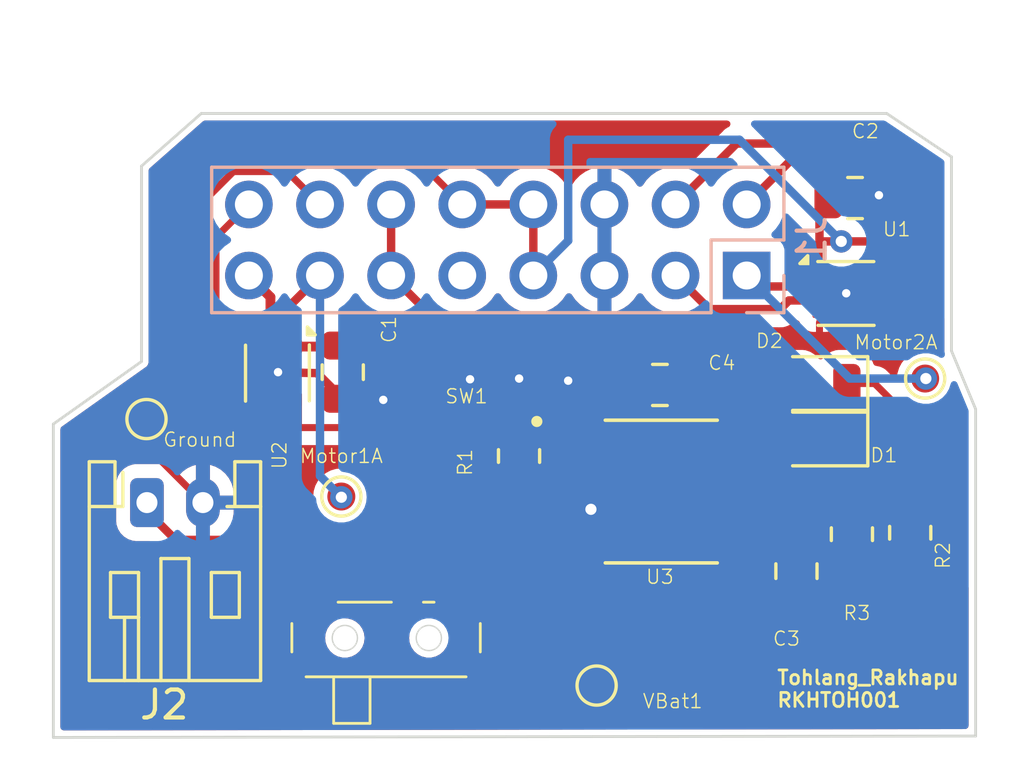
<source format=kicad_pcb>
(kicad_pcb (version 20221018) (generator pcbnew)
  (layers (0 "F.Cu" signal) (31 "B.Cu" signal) (34 "B.Paste" user) (35 "F.Paste" user) (36 "B.SilkS" user "B.Silkscreen") (37 "F.SilkS" user "F.Silkscreen") (38 "B.Mask" user) (39 "F.Mask" user) (44 "Edge.Cuts" user))
  (net 0 "")
  (net 1 "VDC")
  (net 2 "GND")
  (net 3 "/BATT")
  (net 4 "+5V")
  (net 5 "Net-(D1-K)")
  (net 6 "Net-(D2-K)")
  (net 7 "/Motor2_A")
  (net 8 "/PWM1")
  (net 9 "/Motor2_B")
  (net 10 "/PWM2")
  (net 12 "/Motor1_A")
  (net 13 "/PWM3")
  (net 14 "/Motor1_B")
  (net 15 "/PWM4")
  (net 16 "Net-(U3-PROG)")
  (net 17 "Net-(U3-~{CHRG})")
  (net 18 "Net-(U3-~{STDBY})")
  (footprint "LED_SMD:LED_0805_2012Metric" (layer "F.Cu") (at 95.3516 45.7708 180)
    (fp_text reference "D2" (at 1.8288 1.524) (layer "F.SilkS") (effects (font (size 0.5 0.5) (thickness 0.05))))
    (fp_text value "RED_LED")
    (fp_line (start -1.685 -0.96) (end -1.685 0.96) (stroke (width 0.12)) (layer "F.SilkS"))
    (fp_line (start -1.685 0.96) (end 1 0.96) (stroke (width 0.12)) (layer "F.SilkS"))
    (fp_line (start 1 -0.96) (end -1.685 -0.96) (stroke (width 0.12)) (layer "F.SilkS"))
    (pad "1" smd roundrect (at -0.9375 0 180) (size 0.975 1.4) (layers "F.Cu" "F.Paste" "F.Mask") (net 6 "Net-(D2-K)"))
    (pad "2" smd roundrect (at 0.9375 0 180) (size 0.975 1.4) (layers "F.Cu" "F.Paste" "F.Mask") (net 4 "+5V"))
  )
  (footprint "Package_SON:WSON-8-1EP_2x2mm_P0.5mm_EP0.9x1.6mm" (layer "F.Cu") (at 75.95 45.4 -90)
    (fp_text reference "U2" (at 2.9362 -0.0722 90) (layer "F.SilkS") (effects (font (size 0.5 0.5) (thickness 0.05))))
    (fp_text value "DRV8837C" hide)
    (fp_line (start -1.01 -1.14) (end 0.99 -1.14) (stroke (width 0.12)) (layer "F.SilkS"))
    (fp_line (start -1 1.14) (end 1 1.14) (stroke (width 0.12)) (layer "F.SilkS"))
    (fp_poly (pts (xy -1.37 -1.07) (xy -1.65 -1.07) (xy -1.37 -1.35) (xy -1.37 -1.07)) (stroke (width 0.12)) (fill solid) (layer "F.SilkS"))
    (pad "1" smd roundrect (at -0.95 -0.75 270) (size 0.5 0.25) (layers "F.Cu" "F.Paste" "F.Mask") (net 1 "VDC"))
    (pad "2" smd roundrect (at -0.95 -0.25 270) (size 0.5 0.25) (layers "F.Cu" "F.Paste" "F.Mask") (net 12 "/Motor1_A"))
    (pad "3" smd roundrect (at -0.95 0.25 270) (size 0.5 0.25) (layers "F.Cu" "F.Paste" "F.Mask") (net 14 "/Motor1_B"))
    (pad "4" smd roundrect (at -0.95 0.75 270) (size 0.5 0.25) (layers "F.Cu" "F.Paste" "F.Mask") (net 2 "GND"))
    (pad "5" smd roundrect (at 0.95 0.75 270) (size 0.5 0.25) (layers "F.Cu" "F.Paste" "F.Mask") (net 15 "/PWM4"))
    (pad "6" smd roundrect (at 0.95 0.25 270) (size 0.5 0.25) (layers "F.Cu" "F.Paste" "F.Mask") (net 13 "/PWM3"))
    (pad "7" smd roundrect (at 0.95 -0.25 270) (size 0.5 0.25) (layers "F.Cu" "F.Paste" "F.Mask") (net 1 "VDC"))
    (pad "8" smd roundrect (at 0.95 -0.75 270) (size 0.5 0.25) (layers "F.Cu" "F.Paste" "F.Mask") (net 1 "VDC"))
    (pad "9" smd rect (at 0 0 270) (size 0.9 1.6) (layers "F.Cu" "F.Mask") (net 2 "GND"))
  )
  (footprint "Package_SON:WSON-8-1EP_2x2mm_P0.5mm_EP0.9x1.6mm" (layer "F.Cu") (at 96.261 42.5514)
    (fp_text reference "U1" (at 1.8084 -2.2924) (layer "F.SilkS") (effects (font (size 0.5 0.5) (thickness 0.05))))
    (fp_text value "DRV8837C")
    (fp_line (start -1.01 -1.14) (end 0.99 -1.14) (stroke (width 0.12)) (layer "F.SilkS"))
    (fp_line (start -1 1.14) (end 1 1.14) (stroke (width 0.12)) (layer "F.SilkS"))
    (fp_poly (pts (xy -1.37 -1.07) (xy -1.65 -1.07) (xy -1.37 -1.35) (xy -1.37 -1.07)) (stroke (width 0.12)) (fill solid) (layer "F.SilkS"))
    (pad "1" smd roundrect (at -0.95 -0.75) (size 0.5 0.25) (layers "F.Cu" "F.Paste" "F.Mask") (net 1 "VDC"))
    (pad "2" smd roundrect (at -0.95 -0.25) (size 0.5 0.25) (layers "F.Cu" "F.Paste" "F.Mask") (net 7 "/Motor2_A"))
    (pad "3" smd roundrect (at -0.95 0.25) (size 0.5 0.25) (layers "F.Cu" "F.Paste" "F.Mask") (net 9 "/Motor2_B"))
    (pad "4" smd roundrect (at -0.95 0.75) (size 0.5 0.25) (layers "F.Cu" "F.Paste" "F.Mask") (net 2 "GND"))
    (pad "5" smd roundrect (at 0.95 0.75) (size 0.5 0.25) (layers "F.Cu" "F.Paste" "F.Mask") (net 10 "/PWM2"))
    (pad "6" smd roundrect (at 0.95 0.25) (size 0.5 0.25) (layers "F.Cu" "F.Paste" "F.Mask") (net 8 "/PWM1"))
    (pad "7" smd roundrect (at 0.95 -0.25) (size 0.5 0.25) (layers "F.Cu" "F.Paste" "F.Mask") (net 1 "VDC"))
    (pad "8" smd roundrect (at 0.95 -0.75) (size 0.5 0.25) (layers "F.Cu" "F.Paste" "F.Mask") (net 1 "VDC"))
    (pad "9" smd rect (at 0 0) (size 0.9 1.6) (layers "F.Cu" "F.Mask") (net 2 "GND"))
  )
  (footprint "Capacitor_SMD:C_0805_2012Metric" (layer "F.Cu") (at 78.2828 45.3644 -90)
    (fp_text reference "C1" (at -1.524 -1.651 90) (layer "F.SilkS") (effects (font (size 0.5 0.5) (thickness 0.05))))
    (fp_text value "0.1uF")
    (fp_line (start -0.261252 -0.735) (end 0.261252 -0.735) (stroke (width 0.12)) (layer "F.SilkS"))
    (fp_line (start -0.261252 0.735) (end 0.261252 0.735) (stroke (width 0.12)) (layer "F.SilkS"))
    (pad "1" smd roundrect (at -0.95 0 270) (size 1 1.45) (layers "F.Cu" "F.Paste" "F.Mask") (net 1 "VDC"))
    (pad "2" smd roundrect (at 0.95 0 270) (size 1 1.45) (layers "F.Cu" "F.Paste" "F.Mask") (net 2 "GND"))
  )
  (footprint "Connector_JST:JST_PH_S2B-PH-K_1x02_P2.00mm_Horizontal" (layer "F.Cu") (at 71.2884 50.0264)
    (fp_text reference "J2" (at 0.619 7.2252) (layer "F.SilkS"))
    (fp_text value "Conn_01x02_Pin")
    (fp_line (start -2.06 -1.46) (end -2.06 6.36) (stroke (width 0.12)) (layer "F.SilkS"))
    (fp_line (start -2.06 0.14) (end -1.14 0.14) (stroke (width 0.12)) (layer "F.SilkS"))
    (fp_line (start -2.06 6.36) (end 4.06 6.36) (stroke (width 0.12)) (layer "F.SilkS"))
    (fp_line (start -1.3 2.5) (end -1.3 4.1) (stroke (width 0.12)) (layer "F.SilkS"))
    (fp_line (start -1.3 4.1) (end -0.3 4.1) (stroke (width 0.12)) (layer "F.SilkS"))
    (fp_line (start -1.14 -1.46) (end -2.06 -1.46) (stroke (width 0.12)) (layer "F.SilkS"))
    (fp_line (start -1.14 0.14) (end -1.14 -1.46) (stroke (width 0.12)) (layer "F.SilkS"))
    (fp_line (start -0.86 0.14) (end -1.14 0.14) (stroke (width 0.12)) (layer "F.SilkS"))
    (fp_line (start -0.86 0.14) (end -0.86 -1.075) (stroke (width 0.12)) (layer "F.SilkS"))
    (fp_line (start -0.8 4.1) (end -0.8 6.36) (stroke (width 0.12)) (layer "F.SilkS"))
    (fp_line (start -0.3 2.5) (end -1.3 2.5) (stroke (width 0.12)) (layer "F.SilkS"))
    (fp_line (start -0.3 4.1) (end -0.3 2.5) (stroke (width 0.12)) (layer "F.SilkS"))
    (fp_line (start -0.3 4.1) (end -0.3 6.36) (stroke (width 0.12)) (layer "F.SilkS"))
    (fp_line (start 0.5 2) (end 1.5 2) (stroke (width 0.12)) (layer "F.SilkS"))
    (fp_line (start 0.5 6.36) (end 0.5 2) (stroke (width 0.12)) (layer "F.SilkS"))
    (fp_line (start 1.5 2) (end 1.5 6.36) (stroke (width 0.12)) (layer "F.SilkS"))
    (fp_line (start 2.3 2.5) (end 3.3 2.5) (stroke (width 0.12)) (layer "F.SilkS"))
    (fp_line (start 2.3 4.1) (end 2.3 2.5) (stroke (width 0.12)) (layer "F.SilkS"))
    (fp_line (start 3.14 -1.46) (end 3.14 0.14) (stroke (width 0.12)) (layer "F.SilkS"))
    (fp_line (start 3.14 0.14) (end 2.86 0.14) (stroke (width 0.12)) (layer "F.SilkS"))
    (fp_line (start 3.3 2.5) (end 3.3 4.1) (stroke (width 0.12)) (layer "F.SilkS"))
    (fp_line (start 3.3 4.1) (end 2.3 4.1) (stroke (width 0.12)) (layer "F.SilkS"))
    (fp_line (start 4.06 -1.46) (end 3.14 -1.46) (stroke (width 0.12)) (layer "F.SilkS"))
    (fp_line (start 4.06 0.14) (end 3.14 0.14) (stroke (width 0.12)) (layer "F.SilkS"))
    (fp_line (start 4.06 6.36) (end 4.06 -1.46) (stroke (width 0.12)) (layer "F.SilkS"))
    (pad "1" thru_hole roundrect (at 0 0) (size 1.2 1.75) (drill 0.75) (layers "*.Cu" "*.Mask") (roundrect_rratio 0.2083333333) (net 3 "/BATT"))
    (pad "2" thru_hole oval (at 2 0) (size 1.2 1.75) (drill 0.75) (layers "*.Cu" "*.Mask") (net 2 "GND"))
  )
  (footprint "Switch_SPDT:mySwitch" (layer "F.Cu") (at 82.6876 47.74415)
    (fp_text reference "SW1" (at 0.0148 -1.51615 unlocked) (layer "F.SilkS") (effects (font (size 0.5 0.5) (thickness 0.05))))
    (fp_text value "SW_DPDT_x2")
    (fp_line (start -6.223 7.62) (end -6.223 6.604) (stroke (width 0.1)) (layer "F.SilkS"))
    (fp_line (start -4.73 10.1725) (end -4.73 8.5725) (stroke (width 0.1)) (layer "F.SilkS"))
    (fp_line (start -4.73 10.1725) (end -3.43 10.1725) (stroke (width 0.1)) (layer "F.SilkS"))
    (fp_line (start -4.572 5.842) (end -2.667 5.842) (stroke (width 0.1)) (layer "F.SilkS"))
    (fp_line (start -3.43 10.1725) (end -3.43 8.509) (stroke (width 0.1)) (layer "F.SilkS"))
    (fp_line (start -1.524 5.842) (end -1.143 5.842) (stroke (width 0.1)) (layer "F.SilkS"))
    (fp_line (start 0 8.509) (end -5.715 8.509) (stroke (width 0.1)) (layer "F.SilkS"))
    (fp_line (start 0.508 6.604) (end 0.508 7.62) (stroke (width 0.1)) (layer "F.SilkS"))
    (fp_circle (center -4.33 7.122) (end -3.88 7.122) (stroke (width 0.05)) (fill none) (layer "Edge.Cuts"))
    (fp_circle (center -1.33 7.122) (end -0.88 7.122) (stroke (width 0.05)) (fill none) (layer "Edge.Cuts"))
    (pad "1" smd rect (at -5.08 5.08) (size 0.9 1.4) (layers "F.Cu" "F.Paste" "F.Mask"))
    (pad "2" smd rect (at -2.08 5.08) (size 0.9 1.4) (layers "F.Cu" "F.Paste" "F.Mask") (net 3 "/BATT"))
    (pad "3" smd rect (at -0.58 5.08) (size 0.9 1.4) (layers "F.Cu" "F.Paste" "F.Mask") (net 1 "VDC"))
    (pad "4" smd rect (at -6.205 6.047) (size 0.75 0.85) (layers "F.Cu" "F.Paste" "F.Mask"))
    (pad "5" smd rect (at -6.205 8.197) (size 0.75 0.85) (layers "F.Cu" "F.Paste" "F.Mask"))
    (pad "6" smd rect (at 0.545 6.047) (size 0.75 0.85) (layers "F.Cu" "F.Paste" "F.Mask"))
    (pad "7" smd rect (at 0.545 8.172) (size 0.75 0.85) (layers "F.Cu" "F.Paste" "F.Mask"))
  )
  (footprint "tp4056:SOP127P600X175-9N" (layer "F.Cu") (at 89.6598 49.6316)
    (fp_text reference "U3" (at -0.0486 3.048) (layer "F.SilkS") (effects (font (size 0.5 0.5) (thickness 0.05))))
    (fp_text value "TP4056")
    (fp_line (start -2 -2.55) (end 2 -2.55) (stroke (width 0.127)) (layer "F.SilkS"))
    (fp_line (start -2 2.55) (end 2 2.55) (stroke (width 0.127)) (layer "F.SilkS"))
    (fp_circle (center -4.445 -2.505) (end -4.345 -2.505) (stroke (width 0.2)) (fill none) (layer "F.SilkS"))
    (pad "1" smd roundrect (at -2.475 -1.905) (size 1.97 0.6) (layers "F.Cu" "F.Paste" "F.Mask") (roundrect_rratio 0.07) (net 2 "GND"))
    (pad "2" smd roundrect (at -2.475 -0.635) (size 1.97 0.6) (layers "F.Cu" "F.Paste" "F.Mask") (roundrect_rratio 0.07) (net 16 "Net-(U3-PROG)"))
    (pad "3" smd roundrect (at -2.475 0.635) (size 1.97 0.6) (layers "F.Cu" "F.Paste" "F.Mask") (roundrect_rratio 0.07) (net 2 "GND"))
    (pad "4" smd roundrect (at -2.475 1.905) (size 1.97 0.6) (layers "F.Cu" "F.Paste" "F.Mask") (roundrect_rratio 0.07) (net 4 "+5V"))
    (pad "5" smd roundrect (at 2.475 1.905) (size 1.97 0.6) (layers "F.Cu" "F.Paste" "F.Mask") (roundrect_rratio 0.07) (net 3 "/BATT"))
    (pad "6" smd roundrect (at 2.475 0.635) (size 1.97 0.6) (layers "F.Cu" "F.Paste" "F.Mask") (roundrect_rratio 0.07) (net 18 "Net-(U3-~{STDBY})"))
    (pad "7" smd roundrect (at 2.475 -0.635) (size 1.97 0.6) (layers "F.Cu" "F.Paste" "F.Mask") (roundrect_rratio 0.07) (net 17 "Net-(U3-~{CHRG})"))
    (pad "8" smd roundrect (at 2.475 -1.905) (size 1.97 0.6) (layers "F.Cu" "F.Paste" "F.Mask") (roundrect_rratio 0.07) (net 4 "+5V"))
    (pad "9" smd rect (at 0 0) (size 2.413 3.302) (layers "F.Cu" "F.Mask"))
  )
  (footprint "TestPoint:TestPoint_Pad_D1.0mm" (layer "F.Cu") (at 78.232 49.8094)
    (fp_text reference "Motor1A" (at 0 -1.448) (layer "F.SilkS") (effects (font (size 0.5 0.5) (thickness 0.05))))
    (fp_text value "TestPoint")
    (fp_circle (center 0 0) (end 0 0.7) (stroke (width 0.12)) (fill none) (layer "F.SilkS"))
    (pad "1" smd circle (at 0 0) (size 1 1) (layers "F.Cu" "F.Mask") (net 12 "/Motor1_A"))
  )
  (footprint "Capacitor_SMD:C_0805_2012Metric" (layer "F.Cu") (at 96.581 39.1414)
    (fp_text reference "C2" (at 0.3708 -2.3876) (layer "F.SilkS") (effects (font (size 0.5 0.5) (thickness 0.05))))
    (fp_text value "0.1uF")
    (fp_line (start -0.261252 -0.735) (end 0.261252 -0.735) (stroke (width 0.12)) (layer "F.SilkS"))
    (fp_line (start -0.261252 0.735) (end 0.261252 0.735) (stroke (width 0.12)) (layer "F.SilkS"))
    (pad "1" smd roundrect (at -0.95 0) (size 1 1.45) (layers "F.Cu" "F.Paste" "F.Mask") (net 1 "VDC"))
    (pad "2" smd roundrect (at 0.95 0) (size 1 1.45) (layers "F.Cu" "F.Paste" "F.Mask") (net 2 "GND"))
  )
  (footprint "Resistor_SMD:R_0805_2012Metric" (layer "F.Cu") (at 84.5798 48.3616 90)
    (fp_text reference "R1" (at -0.2286 -1.9282 90) (layer "F.SilkS") (effects (font (size 0.5 0.5) (thickness 0.05))))
    (fp_text value "3k3")
    (fp_line (start -0.227064 -0.735) (end 0.227064 -0.735) (stroke (width 0.12)) (layer "F.SilkS"))
    (fp_line (start -0.227064 0.735) (end 0.227064 0.735) (stroke (width 0.12)) (layer "F.SilkS"))
    (pad "1" smd roundrect (at -0.9125 0 90) (size 1.025 1.4) (layers "F.Cu" "F.Paste" "F.Mask") (roundrect_rratio 0.243902439) (net 16 "Net-(U3-PROG)"))
    (pad "2" smd roundrect (at 0.9125 0 90) (size 1.025 1.4) (layers "F.Cu" "F.Paste" "F.Mask") (roundrect_rratio 0.243902439) (net 2 "GND"))
  )
  (footprint "Capacitor_SMD:C_0805_2012Metric" (layer "F.Cu") (at 89.6112 45.8216 180)
    (fp_text reference "C4" (at -2.2098 0.7874) (layer "F.SilkS") (effects (font (size 0.5 0.5) (thickness 0.05))))
    (fp_text value "10uF")
    (fp_line (start -0.261252 -0.735) (end 0.261252 -0.735) (stroke (width 0.12)) (layer "F.SilkS"))
    (fp_line (start -0.261252 0.735) (end 0.261252 0.735) (stroke (width 0.12)) (layer "F.SilkS"))
    (pad "1" smd roundrect (at -0.95 0 180) (size 1 1.45) (layers "F.Cu" "F.Paste" "F.Mask") (net 4 "+5V"))
    (pad "2" smd roundrect (at 0.95 0 180) (size 1 1.45) (layers "F.Cu" "F.Paste" "F.Mask") (net 2 "GND"))
  )
  (footprint "Capacitor_SMD:C_0805_2012Metric" (layer "F.Cu") (at 94.488 52.4764 -90)
    (fp_text reference "C3" (at 2.413 0.3556 -180) (layer "F.SilkS") (effects (font (size 0.5 0.5) (thickness 0.05))))
    (fp_text value "10uF")
    (fp_line (start -0.261252 -0.735) (end 0.261252 -0.735) (stroke (width 0.12)) (layer "F.SilkS"))
    (fp_line (start -0.261252 0.735) (end 0.261252 0.735) (stroke (width 0.12)) (layer "F.SilkS"))
    (pad "1" smd roundrect (at -0.95 0 270) (size 1 1.45) (layers "F.Cu" "F.Paste" "F.Mask") (net 3 "/BATT"))
    (pad "2" smd roundrect (at 0.95 0 270) (size 1 1.45) (layers "F.Cu" "F.Paste" "F.Mask") (net 2 "GND"))
  )
  (footprint "TestPoint:TestPoint_Pad_D1.0mm" (layer "F.Cu") (at 71.2724 47.0408)
    (fp_text reference "Ground" (at 1.905 0.7366) (layer "F.SilkS") (effects (font (size 0.5 0.5) (thickness 0.05))))
    (fp_text value "TestPoint")
    (fp_circle (center 0 0) (end 0 0.7) (stroke (width 0.12)) (fill none) (layer "F.SilkS"))
    (pad "1" smd circle (at 0 0) (size 1 1) (layers "F.Cu" "F.Mask") (net 2 "GND"))
  )
  (footprint "Resistor_SMD:R_0805_2012Metric" (layer "F.Cu") (at 96.4692 51.1556 90)
    (fp_text reference "R3" (at -2.8194 0.1778 180) (layer "F.SilkS") (effects (font (size 0.5 0.5) (thickness 0.05))))
    (fp_text value "1k")
    (fp_line (start -0.227064 -0.735) (end 0.227064 -0.735) (stroke (width 0.12)) (layer "F.SilkS"))
    (fp_line (start -0.227064 0.735) (end 0.227064 0.735) (stroke (width 0.12)) (layer "F.SilkS"))
    (pad "1" smd roundrect (at -0.9125 0 90) (size 1.025 1.4) (layers "F.Cu" "F.Paste" "F.Mask") (roundrect_rratio 0.243902439) (net 6 "Net-(D2-K)"))
    (pad "2" smd roundrect (at 0.9125 0 90) (size 1.025 1.4) (layers "F.Cu" "F.Paste" "F.Mask") (roundrect_rratio 0.243902439) (net 18 "Net-(U3-~{STDBY})"))
  )
  (footprint "LED_SMD:LED_0805_2012Metric" (layer "F.Cu") (at 95.3516 47.752 180)
    (fp_text reference "D1" (at -2.2606 -0.5842 180) (layer "F.SilkS") (effects (font (size 0.5 0.5) (thickness 0.05))))
    (fp_text value "GREEN_LED")
    (fp_line (start -1.685 -0.96) (end -1.685 0.96) (stroke (width 0.12)) (layer "F.SilkS"))
    (fp_line (start -1.685 0.96) (end 1 0.96) (stroke (width 0.12)) (layer "F.SilkS"))
    (fp_line (start 1 -0.96) (end -1.685 -0.96) (stroke (width 0.12)) (layer "F.SilkS"))
    (pad "1" smd roundrect (at -0.9375 0 180) (size 0.975 1.4) (layers "F.Cu" "F.Paste" "F.Mask") (net 5 "Net-(D1-K)"))
    (pad "2" smd roundrect (at 0.9375 0 180) (size 0.975 1.4) (layers "F.Cu" "F.Paste" "F.Mask") (net 4 "+5V"))
  )
  (footprint "TestPoint:TestPoint_Pad_D1.0mm" (layer "F.Cu") (at 87.3506 56.5658)
    (fp_text reference "VBat1" (at 2.7178 0.5588) (layer "F.SilkS") (effects (font (size 0.5 0.5) (thickness 0.05))))
    (fp_text value "TestPoint")
    (fp_circle (center 0 0) (end 0 0.7) (stroke (width 0.12)) (fill none) (layer "F.SilkS"))
    (pad "1" smd circle (at 0 0) (size 1 1) (layers "F.Cu" "F.Mask") (net 3 "/BATT"))
  )
  (footprint "Resistor_SMD:R_0805_2012Metric" (layer "F.Cu") (at 98.552 51.1048 90)
    (fp_text reference "R2" (at -0.8128 1.1684 90) (layer "F.SilkS") (effects (font (size 0.5 0.5) (thickness 0.05))))
    (fp_text value "1k")
    (fp_line (start -0.227064 -0.735) (end 0.227064 -0.735) (stroke (width 0.12)) (layer "F.SilkS"))
    (fp_line (start -0.227064 0.735) (end 0.227064 0.735) (stroke (width 0.12)) (layer "F.SilkS"))
    (pad "1" smd roundrect (at -0.9125 0 90) (size 1.025 1.4) (layers "F.Cu" "F.Paste" "F.Mask") (roundrect_rratio 0.243902439) (net 5 "Net-(D1-K)"))
    (pad "2" smd roundrect (at 0.9125 0 90) (size 1.025 1.4) (layers "F.Cu" "F.Paste" "F.Mask") (roundrect_rratio 0.243902439) (net 17 "Net-(U3-~{CHRG})"))
  )
  (footprint "TestPoint:TestPoint_Pad_D1.0mm" (layer "F.Cu") (at 99.0854 45.593)
    (fp_text reference "Motor2A" (at -1.0414 -1.2954) (layer "F.SilkS") (effects (font (size 0.5 0.5) (thickness 0.05))))
    (fp_text value "TestPoint")
    (fp_circle (center 0 0) (end 0 0.7) (stroke (width 0.12)) (fill none) (layer "F.SilkS"))
    (pad "1" smd circle (at 0 0) (size 1 1) (layers "F.Cu" "F.Mask") (net 7 "/Motor2_A"))
  )
  (footprint "Connector_PinHeader_2.54mm:PinHeader_2x08_P2.54mm_Vertical" (layer "B.Cu") (at 92.71 41.91 90)
    (fp_text reference "J1" (at 1.27 2.33 270) (layer "B.SilkS") (effects (justify mirror)))
    (fp_text value "Conn_02x08_Odd_Even")
    (fp_line (start -1.33 -19.11) (end 3.87 -19.11) (stroke (width 0.12)) (layer "B.SilkS"))
    (fp_line (start -1.33 -1.27) (end -1.33 -19.11) (stroke (width 0.12)) (layer "B.SilkS"))
    (fp_line (start -1.33 -1.27) (end 1.27 -1.27) (stroke (width 0.12)) (layer "B.SilkS"))
    (fp_line (start -1.33 0) (end -1.33 1.33) (stroke (width 0.12)) (layer "B.SilkS"))
    (fp_line (start -1.33 1.33) (end 0 1.33) (stroke (width 0.12)) (layer "B.SilkS"))
    (fp_line (start 1.27 -1.27) (end 1.27 1.33) (stroke (width 0.12)) (layer "B.SilkS"))
    (fp_line (start 1.27 1.33) (end 3.87 1.33) (stroke (width 0.12)) (layer "B.SilkS"))
    (fp_line (start 3.87 1.33) (end 3.87 -19.11) (stroke (width 0.12)) (layer "B.SilkS"))
    (pad "1" thru_hole rect (at 0 0 90) (size 1.7 1.7) (drill 1) (layers "*.Cu" "*.Mask") (net 7 "/Motor2_A"))
    (pad "2" thru_hole oval (at 2.54 0 90) (size 1.7 1.7) (drill 1) (layers "*.Cu" "*.Mask") (net 8 "/PWM1"))
    (pad "3" thru_hole oval (at 0 -2.54 90) (size 1.7 1.7) (drill 1) (layers "*.Cu" "*.Mask") (net 9 "/Motor2_B"))
    (pad "4" thru_hole oval (at 2.54 -2.54 90) (size 1.7 1.7) (drill 1) (layers "*.Cu" "*.Mask") (net 10 "/PWM2"))
    (pad "5" thru_hole oval (at 0 -5.08 90) (size 1.7 1.7) (drill 1) (layers "*.Cu" "*.Mask") (net 2 "GND"))
    (pad "6" thru_hole oval (at 2.54 -5.08 90) (size 1.7 1.7) (drill 1) (layers "*.Cu" "*.Mask") (net 2 "GND"))
    (pad "7" thru_hole oval (at 0 -7.62 90) (size 1.7 1.7) (drill 1) (layers "*.Cu" "*.Mask") (net 1 "VDC"))
    (pad "8" thru_hole oval (at 2.54 -7.62 90) (size 1.7 1.7) (drill 1) (layers "*.Cu" "*.Mask") (net 1 "VDC"))
    (pad "9" thru_hole oval (at 0 -10.16 90) (size 1.7 1.7) (drill 1) (layers "*.Cu" "*.Mask"))
    (pad "10" thru_hole oval (at 2.54 -10.16 90) (size 1.7 1.7) (drill 1) (layers "*.Cu" "*.Mask") (net 1 "VDC"))
    (pad "11" thru_hole oval (at 0 -12.7 90) (size 1.7 1.7) (drill 1) (layers "*.Cu" "*.Mask") (net 4 "+5V"))
    (pad "12" thru_hole oval (at 2.54 -12.7 90) (size 1.7 1.7) (drill 1) (layers "*.Cu" "*.Mask") (net 4 "+5V"))
    (pad "13" thru_hole oval (at 0 -15.24 90) (size 1.7 1.7) (drill 1) (layers "*.Cu" "*.Mask") (net 12 "/Motor1_A"))
    (pad "14" thru_hole oval (at 2.54 -15.24 90) (size 1.7 1.7) (drill 1) (layers "*.Cu" "*.Mask") (net 13 "/PWM3"))
    (pad "15" thru_hole oval (at 0 -17.78 90) (size 1.7 1.7) (drill 1) (layers "*.Cu" "*.Mask") (net 14 "/Motor1_B"))
    (pad "16" thru_hole oval (at 2.54 -17.78 90) (size 1.7 1.7) (drill 1) (layers "*.Cu" "*.Mask") (net 15 "/PWM4"))
  )
  (gr_line (start 73.2282 36.1188) (end 71.0946 37.9984) (stroke (width 0.1)) (layer "Edge.Cuts"))
  (gr_line (start 100.8888 46.6852) (end 100.0252 44.6024) (stroke (width 0.1)) (layer "Edge.Cuts"))
  (gr_line (start 97.7138 36.1188) (end 100.0252 37.6682) (stroke (width 0.1)) (layer "Edge.Cuts"))
  (gr_line (start 71.0946 37.9984) (end 71.0946 44.9834) (stroke (width 0.1)) (layer "Edge.Cuts"))
  (gr_line (start 100.0252 44.6024) (end 100.0252 37.6682) (stroke (width 0.1)) (layer "Edge.Cuts"))
  (gr_line (start 71.0946 44.9834) (end 67.945 47.2186) (stroke (width 0.1)) (layer "Edge.Cuts"))
  (gr_line (start 67.945 58.42) (end 100.8888 58.3692) (stroke (width 0.1)) (layer "Edge.Cuts"))
  (gr_line (start 67.945 47.2186) (end 67.945 58.42) (stroke (width 0.1)) (layer "Edge.Cuts"))
  (gr_line (start 97.7138 36.1188) (end 73.2282 36.1188) (stroke (width 0.1)) (layer "Edge.Cuts"))
  (gr_line (start 100.8888 58.3692) (end 100.8888 46.6852) (stroke (width 0.1)) (layer "Edge.Cuts"))
  (gr_text "Tohlang_Rakhapu\nRKHTOH001" (at 93.7514 57.3786) (layer "F.SilkS") (effects (font (size 0.5 0.5) (thickness 0.1) bold) (justify left bottom)))
  (segment (start 76.2 47.3456) (end 75.8952 47.6504) (width 0.25) (layer "F.Cu") (net 1))
  (segment (start 78.2828 44.4144) (end 79.6188 44.4144) (width 0.35) (layer "F.Cu") (net 1))
  (segment (start 97.211 41.8014) (end 98.3034 41.8014) (width 0.3) (layer "F.Cu") (net 1))
  (segment (start 76.2 47.3456) (end 76.2 46.35) (width 0.25) (layer "F.Cu") (net 1))
  (segment (start 95.3364 40.6908) (end 95.311 40.7162) (width 0.3) (layer "F.Cu") (net 1))
  (segment (start 96.0882 40.6908) (end 95.3364 40.6908) (width 0.3) (layer "F.Cu") (net 1))
  (segment (start 75.8952 47.6504) (end 75.027608 47.6504) (width 0.25) (layer "F.Cu") (net 1))
  (segment (start 72.7456 45.368392) (end 72.7456 39.190804) (width 0.25) (layer "F.Cu") (net 1))
  (segment (start 80.5434 45.339) (end 80.5434 47.1424) (width 0.35) (layer "F.Cu") (net 1))
  (segment (start 80.5434 47.1424) (end 80.5434 50.2158) (width 0.35) (layer "F.Cu") (net 1))
  (segment (start 76.7 46.35) (end 76.7 47.3376) (width 0.25) (layer "F.Cu") (net 1))
  (segment (start 95.311 39.4614) (end 95.311 40.8686) (width 0.3) (layer "F.Cu") (net 1))
  (segment (start 85.09 39.37) (end 85.09 41.91) (width 0.3) (layer "F.Cu") (net 1))
  (segment (start 76.7 47.3376) (end 76.708 47.3456) (width 0.25) (layer "F.Cu") (net 1))
  (segment (start 95.311 40.8686) (end 95.311 41.7764) (width 0.3) (layer "F.Cu") (net 1))
  (segment (start 76.708 47.3456) (end 76.2 47.3456) (width 0.25) (layer "F.Cu") (net 1))
  (segment (start 74.217404 37.719) (end 80.899 37.719) (width 0.25) (layer "F.Cu") (net 1))
  (segment (start 95.631 39.1414) (end 95.311 39.4614) (width 0.35) (layer "F.Cu") (net 1))
  (segment (start 82.1076 51.78) (end 82.1076 52.82415) (width 0.35) (layer "F.Cu") (net 1))
  (segment (start 80.5434 50.2158) (end 82.1076 51.78) (width 0.35) (layer "F.Cu") (net 1))
  (segment (start 75.027608 47.6504) (end 72.7456 45.368392) (width 0.25) (layer "F.Cu") (net 1))
  (segment (start 79.6188 44.4144) (end 80.5434 45.339) (width 0.35) (layer "F.Cu") (net 1))
  (segment (start 98.3034 41.2804) (end 97.7138 40.6908) (width 0.3) (layer "F.Cu") (net 1))
  (segment (start 95.311 40.7162) (end 95.311 40.8686) (width 0.3) (layer "F.Cu") (net 1))
  (segment (start 78.2472 44.45) (end 78.2828 44.4144) (width 0.35) (layer "F.Cu") (net 1))
  (segment (start 80.3402 47.3456) (end 76.708 47.3456) (width 0.25) (layer "F.Cu") (net 1))
  (segment (start 82.55 39.37) (end 85.09 39.37) (width 0.3) (layer "F.Cu") (net 1))
  (segment (start 72.7456 39.190804) (end 74.217404 37.719) (width 0.25) (layer "F.Cu") (net 1))
  (segment (start 98.3034 41.8014) (end 98.3034 41.2804) (width 0.3) (layer "F.Cu") (net 1))
  (segment (start 80.899 37.719) (end 82.55 39.37) (width 0.25) (layer "F.Cu") (net 1))
  (segment (start 97.7138 40.6908) (end 96.0882 40.6908) (width 0.3) (layer "F.Cu") (net 1))
  (segment (start 76.7 44.45) (end 78.2472 44.45) (width 0.35) (layer "F.Cu") (net 1))
  (segment (start 98.3034 42.037) (end 98.3034 42.3014) (width 0.3) (layer "F.Cu") (net 1))
  (segment (start 97.211 42.3014) (end 98.3034 42.3014) (width 0.3) (layer "F.Cu") (net 1))
  (segment (start 98.3034 41.8014) (end 98.3034 42.3014) (width 0.3) (layer "F.Cu") (net 1))
  (via (at 96.0882 40.6908) (size 0.8) (drill 0.4) (layers "F.Cu" "B.Cu") (net 1))
  (segment (start 86.3346 40.6654) (end 85.09 41.91) (width 0.3) (layer "B.Cu") (net 1))
  (segment (start 96.0882 40.6908) (end 92.456 37.0586) (width 0.3) (layer "B.Cu") (net 1))
  (segment (start 86.3346 37.0586) (end 86.3346 40.6654) (width 0.3) (layer "B.Cu") (net 1))
  (segment (start 92.456 37.0586) (end 86.3346 37.0586) (width 0.3) (layer "B.Cu") (net 1))
  (segment (start 74.721752 45.4) (end 74.7014 45.379648) (width 0.3) (layer "F.Cu") (net 2))
  (segment (start 87.1848 46.3176) (end 87.6808 45.8216) (width 0.35) (layer "F.Cu") (net 2))
  (segment (start 75.9714 45.3644) (end 77.3684 45.4) (width 0.3) (layer "F.Cu") (net 2))
  (segment (start 78.3234 46.355) (end 78.2828 46.3144) (width 0.3) (layer "F.Cu") (net 2))
  (segment (start 74.7014 44.45) (end 75.175 44.45) (width 0.3) (layer "F.Cu") (net 2))
  (segment (start 84.8573 47.7266) (end 84.5798 47.4491) (width 0.35) (layer "F.Cu") (net 2))
  (segment (start 87.6808 45.8216) (end 88.6612 45.8216) (width 0.35) (layer "F.Cu") (net 2))
  (segment (start 75.95 45.4) (end 74.721752 45.4) (width 0.3) (layer "F.Cu") (net 2))
  (segment (start 95.61074 43.3014) (end 96.261 42.65114) (width 0.25) (layer "F.Cu") (net 2))
  (segment (start 74.7014 45.379648) (end 74.7014 44.45) (width 0.3) (layer "F.Cu") (net 2))
  (segment (start 79.7306 46.355) (end 78.3234 46.355) (width 0.3) (layer "F.Cu") (net 2))
  (segment (start 71.2724 47.0408) (end 71.2724 48.0104) (width 0.25) (layer "F.Cu") (net 2))
  (segment (start 71.2724 48.0104) (end 73.2884 50.0264) (width 0.25) (layer "F.Cu") (net 2))
  (segment (start 87.1848 47.7266) (end 84.8573 47.7266) (width 0.35) (layer "F.Cu") (net 2))
  (segment (start 77.3684 45.4) (end 78.2828 46.3144) (width 0.3) (layer "F.Cu") (net 2))
  (segment (start 95.311 43.3014) (end 95.61074 43.3014) (width 0.25) (layer "F.Cu") (net 2))
  (segment (start 87.1848 47.7266) (end 87.1848 46.3176) (width 0.35) (layer "F.Cu") (net 2))
  (segment (start 75.95 45.4) (end 75.9714 45.3644) (width 0.3) (layer "F.Cu") (net 2))
  (segment (start 96.261 42.65114) (end 96.261 42.5514) (width 0.25) (layer "F.Cu") (net 2))
  (via (at 97.4344 39.0398) (size 0.6) (drill 0.3) (layers "F.Cu" "B.Cu") (net 2))
  (via (at 87.1474 50.2666) (size 0.8) (drill 0.4) (layers "F.Cu" "B.Cu") (net 2))
  (via (at 96.266 42.545) (size 0.6) (drill 0.3) (layers "F.Cu" "B.Cu") (net 2))
  (via (at 84.582 45.593) (size 0.6) (drill 0.3) (layers "F.Cu" "B.Cu") (net 2))
  (via (at 75.9714 45.3644) (size 0.6) (drill 0.3) (layers "F.Cu" "B.Cu") (net 2))
  (via (at 82.8294 45.6184) (size 0.6) (drill 0.3) (layers "F.Cu" "B.Cu") (net 2))
  (via (at 86.3346 45.6692) (size 0.6) (drill 0.3) (layers "F.Cu" "B.Cu") (net 2))
  (via (at 79.7306 46.355) (size 0.6) (drill 0.3) (layers "F.Cu" "B.Cu") (net 2))
  (segment (start 94.4778 51.5366) (end 94.488 51.5264) (width 0.3) (layer "F.Cu") (net 3))
  (segment (start 87.3506 54.8894) (end 87.2998 54.8386) (width 0.25) (layer "F.Cu") (net 3))
  (segment (start 71.2884 50.3334) (end 71.2884 50.0264) (width 0.3) (layer "F.Cu") (net 3))
  (segment (start 80.6076 52.82415) (end 80.6076 51.677) (width 0.3) (layer "F.Cu") (net 3))
  (segment (start 80.2894 51.3588) (end 72.3138 51.3588) (width 0.3) (layer "F.Cu") (net 3))
  (segment (start 81.819589 53.928139) (end 82.73005 54.8386) (width 0.3) (layer "F.Cu") (net 3))
  (segment (start 92.1348 51.5366) (end 94.4778 51.5366) (width 0.3) (layer "F.Cu") (net 3))
  (segment (start 87.2998 54.8386) (end 91.313 54.8386) (width 0.3) (layer "F.Cu") (net 3))
  (segment (start 80.547339 53.928139) (end 81.819589 53.928139) (width 0.3) (layer "F.Cu") (net 3))
  (segment (start 91.313 54.8386) (end 92.1348 54.0168) (width 0.3) (layer "F.Cu") (net 3))
  (segment (start 92.1348 54.0168) (end 92.1348 51.5366) (width 0.3) (layer "F.Cu") (net 3))
  (segment (start 82.73005 54.8386) (end 87.2998 54.8386) (width 0.3) (layer "F.Cu") (net 3))
  (segment (start 87.3506 56.5658) (end 87.3506 54.8894) (width 0.25) (layer "F.Cu") (net 3))
  (segment (start 80.6076 52.82415) (end 80.547339 52.884411) (width 0.3) (layer "F.Cu") (net 3))
  (segment (start 80.547339 52.884411) (end 80.547339 53.928139) (width 0.3) (layer "F.Cu") (net 3))
  (segment (start 72.3138 51.3588) (end 71.2884 50.3334) (width 0.3) (layer "F.Cu") (net 3))
  (segment (start 80.6076 51.677) (end 80.2894 51.3588) (width 0.3) (layer "F.Cu") (net 3))
  (segment (start 94.4141 47.752) (end 94.4141 45.7708) (width 0.35) (layer "F.Cu") (net 4))
  (segment (start 80.01 39.37) (end 80.01 41.91) (width 0.3) (layer "F.Cu") (net 4))
  (segment (start 90.5612 45.8216) (end 91.44 45.8216) (width 0.35) (layer "F.Cu") (net 4))
  (segment (start 91.44 45.8216) (end 92.1348 46.5164) (width 0.35) (layer "F.Cu") (net 4))
  (segment (start 90.5612 44.638) (end 90.2208 44.2976) (width 0.3) (layer "F.Cu") (net 4))
  (segment (start 81.7118 43.6118) (end 81.7118 50.2412) (width 0.3) (layer "F.Cu") (net 4))
  (segment (start 83.0072 51.5366) (end 87.1848 51.5366) (width 0.3) (layer "F.Cu") (net 4))
  (segment (start 92.1348 47.7266) (end 94.3887 47.7266) (width 0.35) (layer "F.Cu") (net 4))
  (segment (start 92.1348 46.5164) (end 92.1348 47.7266) (width 0.35) (layer "F.Cu") (net 4))
  (segment (start 90.5612 45.8216) (end 90.5612 44.638) (width 0.3) (layer "F.Cu") (net 4))
  (segment (start 80.01 41.91) (end 81.7118 43.6118) (width 0.3) (layer "F.Cu") (net 4))
  (segment (start 90.2208 44.2976) (end 81.7118 44.2976) (width 0.3) (layer "F.Cu") (net 4))
  (segment (start 94.3887 47.7266) (end 94.4141 47.752) (width 0.35) (layer "F.Cu") (net 4))
  (segment (start 81.7118 50.2412) (end 83.0072 51.5366) (width 0.3) (layer "F.Cu") (net 4))
  (segment (start 99.6696 49.53) (end 97.8916 47.752) (width 0.25) (layer "F.Cu") (net 5))
  (segment (start 98.7063 52.0173) (end 99.6696 51.054) (width 0.25) (layer "F.Cu") (net 5))
  (segment (start 97.8916 47.752) (end 96.2891 47.752) (width 0.25) (layer "F.Cu") (net 5))
  (segment (start 98.552 52.0173) (end 98.7063 52.0173) (width 0.25) (layer "F.Cu") (net 5))
  (segment (start 99.6696 51.054) (end 99.6696 49.53) (width 0.25) (layer "F.Cu") (net 5))
  (segment (start 96.4692 52.7304) (end 96.8756 53.1368) (width 0.25) (layer "F.Cu") (net 6))
  (segment (start 100.2284 48.7172) (end 97.282 45.7708) (width 0.25) (layer "F.Cu") (net 6))
  (segment (start 96.4692 52.0681) (end 96.4692 52.7304) (width 0.25) (layer "F.Cu") (net 6))
  (segment (start 96.8756 53.1368) (end 99.3902 53.1368) (width 0.25) (layer "F.Cu") (net 6))
  (segment (start 99.3902 53.1368) (end 100.2284 52.2986) (width 0.25) (layer "F.Cu") (net 6))
  (segment (start 97.282 45.7708) (end 96.2891 45.7708) (width 0.25) (layer "F.Cu") (net 6))
  (segment (start 100.2284 52.2986) (end 100.2284 48.7172) (width 0.25) (layer "F.Cu") (net 6))
  (segment (start 95.311 42.3014) (end 93.1014 42.3014) (width 0.3) (layer "F.Cu") (net 7))
  (segment (start 93.1014 42.3014) (end 92.71 41.91) (width 0.3) (layer "F.Cu") (net 7))
  (segment (start 93.33 42.53) (end 92.71 41.91) (width 0.3) (layer "F.Cu") (net 7))
  (via (at 99.1108 45.593) (size 0.8) (drill 0.4) (layers "F.Cu" "B.Cu") (net 7))
  (segment (start 96.393 45.593) (end 92.71 41.91) (width 0.3) (layer "B.Cu") (net 7))
  (segment (start 99.1108 45.593) (end 96.393 45.593) (width 0.3) (layer "B.Cu") (net 7))
  (segment (start 98.171 37.6936) (end 94.3864 37.6936) (width 0.3) (layer "F.Cu") (net 8))
  (segment (start 98.8034 42.508507) (end 98.8034 38.326) (width 0.3) (layer "F.Cu") (net 8))
  (segment (start 97.211 42.8014) (end 98.510507 42.8014) (width 0.3) (layer "F.Cu") (net 8))
  (segment (start 94.3864 37.6936) (end 92.71 39.37) (width 0.3) (layer "F.Cu") (net 8))
  (segment (start 98.8034 38.326) (end 98.171 37.6936) (width 0.3) (layer "F.Cu") (net 8))
  (segment (start 98.510507 42.8014) (end 98.8034 42.508507) (width 0.3) (layer "F.Cu") (net 8))
  (segment (start 91.37 43.11) (end 90.17 41.91) (width 0.3) (layer "F.Cu") (net 9))
  (segment (start 93.91 43.11) (end 91.37 43.11) (width 0.3) (layer "F.Cu") (net 9))
  (segment (start 95.311 42.8014) (end 94.2186 42.8014) (width 0.3) (layer "F.Cu") (net 9))
  (segment (start 94.2186 42.8014) (end 93.91 43.11) (width 0.3) (layer "F.Cu") (net 9))
  (segment (start 99.3034 38.118894) (end 98.378107 37.1936) (width 0.3) (layer "F.Cu") (net 10))
  (segment (start 98.378107 37.1936) (end 92.3464 37.1936) (width 0.3) (layer "F.Cu") (net 10))
  (segment (start 97.211 43.3014) (end 98.717613 43.3014) (width 0.3) (layer "F.Cu") (net 10))
  (segment (start 98.717613 43.3014) (end 99.3034 42.715614) (width 0.3) (layer "F.Cu") (net 10))
  (segment (start 99.3034 42.715614) (end 99.3034 38.118894) (width 0.3) (layer "F.Cu") (net 10))
  (segment (start 92.3464 37.1936) (end 90.17 39.37) (width 0.3) (layer "F.Cu") (net 10))
  (segment (start 76.225 43.155) (end 76.225 44.182538) (width 0.3) (layer "F.Cu") (net 12))
  (segment (start 77.47 41.91) (end 77.304904 41.91) (width 0.3) (layer "F.Cu") (net 12))
  (segment (start 77.47 41.91) (end 76.225 43.155) (width 0.3) (layer "F.Cu") (net 12))
  (via (at 78.232 49.8348) (size 0.8) (drill 0.4) (layers "F.Cu" "B.Cu") (net 12))
  (segment (start 78.232 49.8348) (end 77.47 49.0728) (width 0.3) (layer "B.Cu") (net 12))
  (segment (start 77.47 49.0728) (end 77.47 41.91) (width 0.3) (layer "B.Cu") (net 12))
  (segment (start 75.41054 46.9392) (end 74.952804 46.9392) (width 0.25) (layer "F.Cu") (net 13))
  (segment (start 75.7 46.64974) (end 75.41054 46.9392) (width 0.25) (layer "F.Cu") (net 13))
  (segment (start 73.3044 39.2684) (end 74.3778 38.195) (width 0.25) (layer "F.Cu") (net 13))
  (segment (start 74.952804 46.9392) (end 73.3044 45.290796) (width 0.25) (layer "F.Cu") (net 13))
  (segment (start 73.3044 45.290796) (end 73.3044 39.2684) (width 0.25) (layer "F.Cu") (net 13))
  (segment (start 74.3778 38.195) (end 76.295 38.195) (width 0.25) (layer "F.Cu") (net 13))
  (segment (start 76.295 38.195) (end 77.47 39.37) (width 0.25) (layer "F.Cu") (net 13))
  (segment (start 75.7 46.35) (end 75.7 46.64974) (width 0.25) (layer "F.Cu") (net 13))
  (segment (start 74.93 41.91) (end 75.7 42.68) (width 0.35) (layer "F.Cu") (net 14))
  (segment (start 75.7 42.68) (end 75.7 44.45) (width 0.35) (layer "F.Cu") (net 14))
  (segment (start 75.2 46.35) (end 75 46.35) (width 0.25) (layer "F.Cu") (net 15))
  (segment (start 75 46.35) (end 73.755 45.105) (width 0.25) (layer "F.Cu") (net 15))
  (segment (start 73.755 40.545) (end 74.93 39.37) (width 0.25) (layer "F.Cu") (net 15))
  (segment (start 73.755 45.105) (end 73.755 40.545) (width 0.25) (layer "F.Cu") (net 15))
  (segment (start 86.9073 49.2741) (end 87.1848 48.9966) (width 0.25) (layer "F.Cu") (net 16))
  (segment (start 84.5798 49.2741) (end 86.9073 49.2741) (width 0.25) (layer "F.Cu") (net 16))
  (segment (start 98.552 49.3268) (end 98.552 50.1923) (width 0.25) (layer "F.Cu") (net 17))
  (segment (start 98.2218 48.9966) (end 98.552 49.3268) (width 0.25) (layer "F.Cu") (net 17))
  (segment (start 92.1348 48.9966) (end 98.2218 48.9966) (width 0.25) (layer "F.Cu") (net 17))
  (segment (start 92.1583 50.2431) (end 92.1348 50.2666) (width 0.35) (layer "F.Cu") (net 18))
  (segment (start 96.4692 50.2431) (end 92.1583 50.2431) (width 0.25) (layer "F.Cu") (net 18))
  (zone (net 2) (net_name "GND") (layers "F&B.Cu") (connect_pads (clearance 0.5)) (min_thickness 0.25) (fill yes (thermal_gap 0.5) (thermal_bridge_width 0.5))
    (polygon (pts (xy 66.04 35.4076) (xy 66.1162 59.4868) (xy 102.362 59.563) (xy 102.362 35.4076)))
  )
)
</source>
